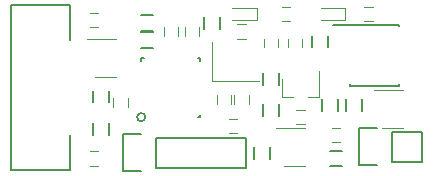
<source format=gbr>
G04 #@! TF.FileFunction,Legend,Top*
%FSLAX46Y46*%
G04 Gerber Fmt 4.6, Leading zero omitted, Abs format (unit mm)*
G04 Created by KiCad (PCBNEW 4.0.5) date Friday, February 03, 2017 'PMt' 07:29:22 PM*
%MOMM*%
%LPD*%
G01*
G04 APERTURE LIST*
%ADD10C,0.100000*%
%ADD11C,0.120000*%
%ADD12C,0.150000*%
G04 APERTURE END LIST*
D10*
D11*
X102400000Y-68350000D02*
X102400000Y-67650000D01*
X103600000Y-67650000D02*
X103600000Y-68350000D01*
X107600000Y-62900000D02*
X107600000Y-63600000D01*
X106400000Y-63600000D02*
X106400000Y-62900000D01*
X114900000Y-60150000D02*
X115600000Y-60150000D01*
X115600000Y-61350000D02*
X114900000Y-61350000D01*
X104150000Y-61650000D02*
X104850000Y-61650000D01*
X104850000Y-62850000D02*
X104150000Y-62850000D01*
X104100000Y-70850000D02*
X103400000Y-70850000D01*
X103400000Y-69650000D02*
X104100000Y-69650000D01*
X91650000Y-60650000D02*
X92350000Y-60650000D01*
X92350000Y-61850000D02*
X91650000Y-61850000D01*
X100900000Y-61900000D02*
X100900000Y-62600000D01*
X99700000Y-62600000D02*
X99700000Y-61900000D01*
X109650000Y-62900000D02*
X109650000Y-63600000D01*
X108450000Y-63600000D02*
X108450000Y-62900000D01*
X103900000Y-68350000D02*
X103900000Y-67650000D01*
X105100000Y-67650000D02*
X105100000Y-68350000D01*
X109150000Y-68900000D02*
X109850000Y-68900000D01*
X109850000Y-70100000D02*
X109150000Y-70100000D01*
X93650000Y-68600000D02*
X93650000Y-67900000D01*
X94850000Y-67900000D02*
X94850000Y-68600000D01*
X99100000Y-61900000D02*
X99100000Y-62600000D01*
X97900000Y-62600000D02*
X97900000Y-61900000D01*
X112850000Y-71600000D02*
X112150000Y-71600000D01*
X112150000Y-70400000D02*
X112850000Y-70400000D01*
X107900000Y-60150000D02*
X108600000Y-60150000D01*
X108600000Y-61350000D02*
X107900000Y-61350000D01*
X107920000Y-67760000D02*
X108850000Y-67760000D01*
X111080000Y-67760000D02*
X110150000Y-67760000D01*
X111080000Y-67760000D02*
X111080000Y-65600000D01*
X107920000Y-67760000D02*
X107920000Y-66300000D01*
X105800000Y-61250000D02*
X105800000Y-60250000D01*
X105800000Y-60250000D02*
X103700000Y-60250000D01*
X105800000Y-61250000D02*
X103700000Y-61250000D01*
X113300000Y-61250000D02*
X113300000Y-60250000D01*
X113300000Y-60250000D02*
X111200000Y-60250000D01*
X113300000Y-61250000D02*
X111200000Y-61250000D01*
X92100000Y-66110000D02*
X93900000Y-66110000D01*
X93900000Y-62890000D02*
X91450000Y-62890000D01*
X116400000Y-70410000D02*
X118200000Y-70410000D01*
X118200000Y-67190000D02*
X115750000Y-67190000D01*
D12*
X90000000Y-71000000D02*
X90000000Y-74000000D01*
X90000000Y-74000000D02*
X90000000Y-71000000D01*
X85000000Y-74000000D02*
X90000000Y-74000000D01*
X90000000Y-63000000D02*
X90000000Y-60000000D01*
X90000000Y-60000000D02*
X85000000Y-60000000D01*
X85000000Y-60000000D02*
X85000000Y-74000000D01*
X97270000Y-71230000D02*
X104890000Y-71230000D01*
X97270000Y-73770000D02*
X104890000Y-73770000D01*
X94450000Y-74050000D02*
X96000000Y-74050000D01*
X104890000Y-71230000D02*
X104890000Y-73770000D01*
X97270000Y-73770000D02*
X97270000Y-71230000D01*
X96000000Y-70950000D02*
X94450000Y-70950000D01*
X94450000Y-70950000D02*
X94450000Y-74050000D01*
X114450000Y-73550000D02*
X116000000Y-73550000D01*
X119810000Y-73270000D02*
X117270000Y-73270000D01*
X117270000Y-73270000D02*
X117270000Y-70730000D01*
X116000000Y-70450000D02*
X114450000Y-70450000D01*
X114450000Y-70450000D02*
X114450000Y-73550000D01*
X117270000Y-70730000D02*
X119810000Y-70730000D01*
X119810000Y-70730000D02*
X119810000Y-73270000D01*
X97000000Y-62175000D02*
X96000000Y-62175000D01*
X96000000Y-60825000D02*
X97000000Y-60825000D01*
X97000000Y-63675000D02*
X96000000Y-63675000D01*
X96000000Y-62325000D02*
X97000000Y-62325000D01*
X106325000Y-69400000D02*
X106325000Y-68400000D01*
X107675000Y-68400000D02*
X107675000Y-69400000D01*
X105575000Y-73000000D02*
X105575000Y-72000000D01*
X106925000Y-72000000D02*
X106925000Y-73000000D01*
X107675000Y-65750000D02*
X107675000Y-66750000D01*
X106325000Y-66750000D02*
X106325000Y-65750000D01*
X113000000Y-73675000D02*
X112000000Y-73675000D01*
X112000000Y-72325000D02*
X113000000Y-72325000D01*
X93275000Y-70000000D02*
X93275000Y-71000000D01*
X91925000Y-71000000D02*
X91925000Y-70000000D01*
X91925000Y-68250000D02*
X91925000Y-67250000D01*
X93275000Y-67250000D02*
X93275000Y-68250000D01*
X112675000Y-68000000D02*
X112675000Y-69000000D01*
X111325000Y-69000000D02*
X111325000Y-68000000D01*
X102675000Y-61000000D02*
X102675000Y-62000000D01*
X101325000Y-62000000D02*
X101325000Y-61000000D01*
X111825000Y-62600000D02*
X111825000Y-63600000D01*
X110475000Y-63600000D02*
X110475000Y-62600000D01*
X113325000Y-69000000D02*
X113325000Y-68000000D01*
X114675000Y-68000000D02*
X114675000Y-69000000D01*
X96353553Y-69500000D02*
G75*
G03X96353553Y-69500000I-353553J0D01*
G01*
X96000000Y-64725000D02*
X96000000Y-64500000D01*
X96000000Y-64500000D02*
X96225000Y-64500000D01*
X101000000Y-69275000D02*
X101000000Y-69500000D01*
X101000000Y-69500000D02*
X100775000Y-69500000D01*
X101000000Y-64725000D02*
X101000000Y-64500000D01*
X101000000Y-64500000D02*
X100775000Y-64500000D01*
D11*
X108100000Y-73610000D02*
X109900000Y-73610000D01*
X109900000Y-70390000D02*
X107450000Y-70390000D01*
D12*
X113675000Y-61675000D02*
X113675000Y-61725000D01*
X117825000Y-61675000D02*
X117825000Y-61820000D01*
X117825000Y-66825000D02*
X117825000Y-66680000D01*
X113675000Y-66825000D02*
X113675000Y-66680000D01*
X113675000Y-61675000D02*
X117825000Y-61675000D01*
X113675000Y-66825000D02*
X117825000Y-66825000D01*
X113675000Y-61725000D02*
X112275000Y-61725000D01*
D11*
X102000000Y-63100000D02*
X102000000Y-66400000D01*
X102000000Y-66400000D02*
X106000000Y-66400000D01*
X91650000Y-72400000D02*
X92350000Y-72400000D01*
X92350000Y-73600000D02*
X91650000Y-73600000D01*
M02*

</source>
